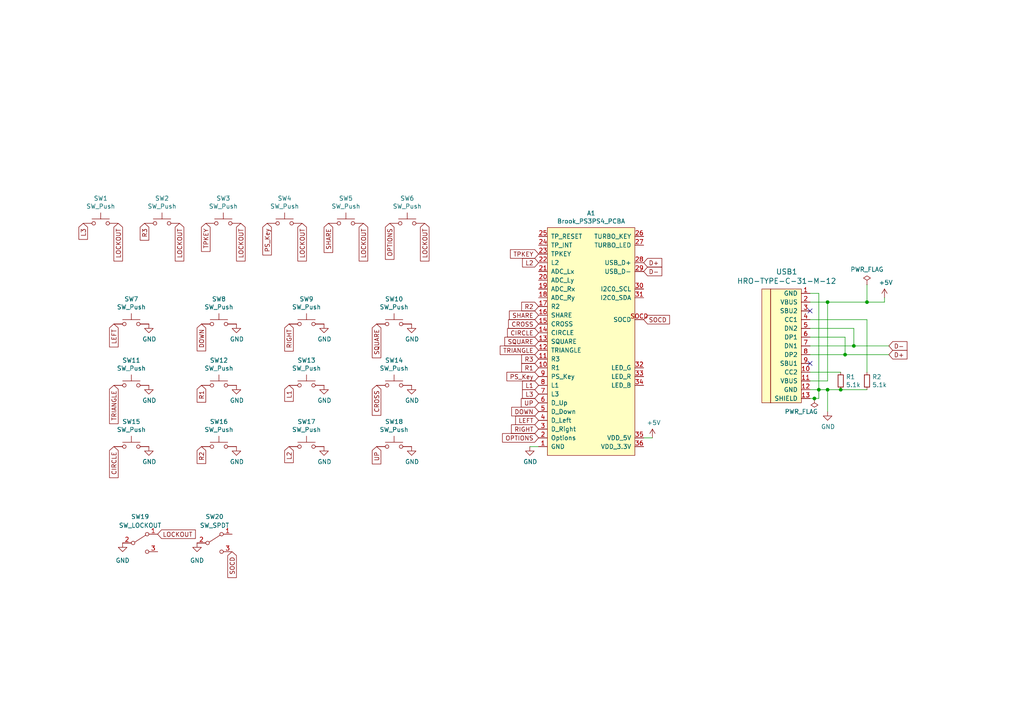
<source format=kicad_sch>
(kicad_sch (version 20211123) (generator eeschema)
  (paper "A4")
  (lib_symbols
    (symbol "Brook:Brook_PS3PS4_PCBA" (pin_names (offset 1.016))
      (property "Reference" "A1" (at 0 72.771 0))
      (property "Value" "Brook_PS3PS4_PCBA" (at 0 70.4596 0))
      (symbol "Brook_PS3PS4_PCBA_0_1"
        (rectangle (start -12.7 68.58) (end 12.7 2.54) (fill (type background)))
      )
      (symbol "Brook_PS3PS4_PCBA_1_1"
        (pin power_in line (at -15.24 5.08 0) (length 2.54) (name "GND") (number "1"))
        (pin input line (at -15.24 27.94 0) (length 2.54) (name "R1") (number "10"))
        (pin input line (at -15.24 30.48 0) (length 2.54) (name "R3") (number "11"))
        (pin input line (at -15.24 33.02 0) (length 2.54) (name "TRIANGLE") (number "12"))
        (pin input line (at -15.24 35.56 0) (length 2.54) (name "SQUARE") (number "13"))
        (pin input line (at -15.24 38.1 0) (length 2.54) (name "CIRCLE") (number "14"))
        (pin input line (at -15.24 40.64 0) (length 2.54) (name "CROSS") (number "15"))
        (pin input line (at -15.24 43.18 0) (length 2.54) (name "SHARE") (number "16"))
        (pin input line (at -15.24 45.72 0) (length 2.54) (name "R2") (number "17"))
        (pin input line (at -15.24 48.26 0) (length 2.54) (name "ADC_Ry") (number "18"))
        (pin input line (at -15.24 50.8 0) (length 2.54) (name "ADC_Rx") (number "19"))
        (pin input line (at -15.24 7.62 0) (length 2.54) (name "Options") (number "2"))
        (pin input line (at -15.24 53.34 0) (length 2.54) (name "ADC_Ly") (number "20"))
        (pin input line (at -15.24 55.88 0) (length 2.54) (name "ADC_Lx") (number "21"))
        (pin input line (at -15.24 58.42 0) (length 2.54) (name "L2") (number "22"))
        (pin input line (at -15.24 60.96 0) (length 2.54) (name "TPKEY") (number "23"))
        (pin input line (at -15.24 63.5 0) (length 2.54) (name "TP_INT") (number "24"))
        (pin input line (at -15.24 66.04 0) (length 2.54) (name "TP_RESET") (number "25"))
        (pin input line (at 15.24 66.04 180) (length 2.54) (name "TURBO_KEY") (number "26"))
        (pin output line (at 15.24 63.5 180) (length 2.54) (name "TURBO_LED") (number "27"))
        (pin bidirectional line (at 15.24 58.42 180) (length 2.54) (name "USB_D+") (number "28"))
        (pin bidirectional line (at 15.24 55.88 180) (length 2.54) (name "USB_D-") (number "29"))
        (pin input line (at -15.24 10.16 0) (length 2.54) (name "D_Right") (number "3"))
        (pin bidirectional line (at 15.24 50.8 180) (length 2.54) (name "I2C0_SCL") (number "30"))
        (pin bidirectional line (at 15.24 48.26 180) (length 2.54) (name "I2C0_SDA") (number "31"))
        (pin output line (at 15.24 27.94 180) (length 2.54) (name "LED_G") (number "32"))
        (pin output line (at 15.24 25.4 180) (length 2.54) (name "LED_R") (number "33"))
        (pin output line (at 15.24 22.86 180) (length 2.54) (name "LED_B") (number "34"))
        (pin power_in line (at 15.24 7.62 180) (length 2.54) (name "VDD_5V") (number "35"))
        (pin power_out line (at 15.24 5.08 180) (length 2.54) (name "VDD_3.3V") (number "36"))
        (pin input line (at -15.24 12.7 0) (length 2.54) (name "D_Left") (number "4"))
        (pin input line (at -15.24 15.24 0) (length 2.54) (name "D_Down") (number "5"))
        (pin input line (at -15.24 17.78 0) (length 2.54) (name "D_Up") (number "6"))
        (pin input line (at -15.24 20.32 0) (length 2.54) (name "L3") (number "7"))
        (pin input line (at -15.24 22.86 0) (length 2.54) (name "L1") (number "8"))
        (pin input line (at -15.24 25.4 0) (length 2.54) (name "PS_Key") (number "9"))
        (pin bidirectional line (at 15.24 41.91 180) (length 2.54) (name "SOCD") (number "SOCD"))
      )
    )
    (symbol "Device:R_Small" (pin_numbers hide) (pin_names (offset 0.254) hide)
      (property "Reference" "R" (at 0.762 0.508 0))
      (property "Value" "R_Small" (at 0.762 -1.016 0))
      (symbol "R_Small_0_1"
        (rectangle (start -0.762 1.778) (end 0.762 -1.778) (stroke (width 0.2032)))
      )
      (symbol "R_Small_1_1"
        (pin passive line (at 0 2.54 270) (length 0.762) (name "~") (number "1"))
        (pin passive line (at 0 -2.54 90) (length 0.762) (name "~") (number "2"))
      )
    )
    (symbol "Switch:SW_Push" (pin_numbers hide) (pin_names (offset 1.016) hide)
      (property "Reference" "SW" (at 1.27 2.54 0))
      (property "Value" "SW_Push" (at 0 -1.524 0))
      (symbol "SW_Push_0_1"
        (circle (center -2.032 0) (radius 0.508))
        (polyline (pts (xy 0 1.27) (xy 0 3.048)))
        (polyline (pts (xy 2.54 1.27) (xy -2.54 1.27)))
        (circle (center 2.032 0) (radius 0.508))
        (pin passive line (at -5.08 0 0) (length 2.54) (name "1") (number "1"))
        (pin passive line (at 5.08 0 180) (length 2.54) (name "2") (number "2"))
      )
    )
    (symbol "Switch:SW_SPDT" (pin_names (offset 0) hide)
      (property "Reference" "SW" (at 0 4.318 0))
      (property "Value" "SW_SPDT" (at 0 -5.08 0))
      (symbol "SW_SPDT_0_0"
        (circle (center -2.032 0) (radius 0.508))
        (circle (center 2.032 -2.54) (radius 0.508))
      )
      (symbol "SW_SPDT_0_1"
        (polyline (pts (xy -1.524 0.254) (xy 1.651 2.286)))
        (circle (center 2.032 2.54) (radius 0.508))
      )
      (symbol "SW_SPDT_1_1"
        (pin passive line (at 5.08 2.54 180) (length 2.54) (name "A") (number "1"))
        (pin passive line (at -5.08 0 0) (length 2.54) (name "B") (number "2"))
        (pin passive line (at 5.08 -2.54 180) (length 2.54) (name "C") (number "3"))
      )
    )
    (symbol "Type-C:HRO-TYPE-C-31-M-12" (pin_names (offset 1.016))
      (property "Reference" "USB" (at -5.08 16.51 0))
      (property "Value" "HRO-TYPE-C-31-M-12" (at -10.16 -1.27 90))
      (symbol "HRO-TYPE-C-31-M-12_0_1"
        (rectangle (start -11.43 15.24) (end -8.89 -17.78) (fill (type background)))
        (rectangle (start 0 -17.78) (end -8.89 15.24) (fill (type background)))
      )
      (symbol "HRO-TYPE-C-31-M-12_1_1"
        (pin input line (at 2.54 13.97 180) (length 2.54) (name "GND") (number "1"))
        (pin input line (at 2.54 -8.89 180) (length 2.54) (name "CC2") (number "10"))
        (pin input line (at 2.54 -11.43 180) (length 2.54) (name "VBUS") (number "11"))
        (pin input line (at 2.54 -13.97 180) (length 2.54) (name "GND") (number "12"))
        (pin input line (at 2.54 -16.51 180) (length 2.54) (name "SHIELD") (number "13"))
        (pin input line (at 2.54 11.43 180) (length 2.54) (name "VBUS") (number "2"))
        (pin input line (at 2.54 8.89 180) (length 2.54) (name "SBU2") (number "3"))
        (pin input line (at 2.54 6.35 180) (length 2.54) (name "CC1") (number "4"))
        (pin input line (at 2.54 3.81 180) (length 2.54) (name "DN2") (number "5"))
        (pin input line (at 2.54 1.27 180) (length 2.54) (name "DP1") (number "6"))
        (pin input line (at 2.54 -1.27 180) (length 2.54) (name "DN1") (number "7"))
        (pin input line (at 2.54 -3.81 180) (length 2.54) (name "DP2") (number "8"))
        (pin input line (at 2.54 -6.35 180) (length 2.54) (name "SBU1") (number "9"))
      )
    )
    (symbol "power:+5V" (power) (pin_names (offset 0))
      (property "Value" "+5V" (at 0 3.556 0))
      (symbol "+5V_0_1"
        (polyline (pts (xy -0.762 1.27) (xy 0 2.54)))
        (polyline (pts (xy 0 0) (xy 0 2.54)))
        (polyline (pts (xy 0 2.54) (xy 0.762 1.27)))
      )
      (symbol "+5V_1_1"
        (pin power_in line (at 0 0 90) (length 0) hide (name "+5V") (number "1"))
      )
    )
    (symbol "power:GND" (power) (pin_names (offset 0))
      (property "Value" "GND" (at 0 -3.81 0))
      (symbol "GND_0_1"
        (polyline (pts (xy 0 0) (xy 0 -1.27) (xy 1.27 -1.27) (xy 0 -2.54) (xy -1.27 -1.27) (xy 0 -1.27)))
      )
      (symbol "GND_1_1"
        (pin power_in line (at 0 0 270) (length 0) hide (name "GND") (number "1"))
      )
    )
    (symbol "power:PWR_FLAG" (power) (pin_numbers hide) (pin_names (offset 0) hide)
      (property "Value" "PWR_FLAG" (at 0 3.81 0))
      (symbol "PWR_FLAG_0_0"
        (pin power_out line (at 0 0 90) (length 0) (name "pwr") (number "1"))
      )
      (symbol "PWR_FLAG_0_1"
        (polyline (pts (xy 0 0) (xy 0 1.27) (xy -1.016 1.905) (xy 0 2.54) (xy 1.016 1.905) (xy 0 1.27)))
      )
    )
  )
  (junction (at 247.65 100.33))
  (junction (at 240.03 113.03))
  (junction (at 240.03 87.63))
  (junction (at 237.49 113.03))
  (junction (at 236.22 115.57))
  (junction (at 251.46 87.63))
  (junction (at 243.84 113.03))
  (junction (at 245.11 102.87))
  (no_connect (at 234.95 90.17))
  (no_connect (at 234.95 105.41))
  (wire (pts (xy 240.03 113.03) (xy 243.84 113.03)))
  (wire (pts (xy 234.95 85.09) (xy 237.49 85.09)))
  (wire (pts (xy 234.95 95.25) (xy 247.65 95.25)))
  (wire (pts (xy 251.46 113.03) (xy 243.84 113.03)))
  (wire (pts (xy 247.65 95.25) (xy 247.65 100.33)))
  (wire (pts (xy 234.95 97.79) (xy 245.11 97.79)))
  (wire (pts (xy 234.95 102.87) (xy 245.11 102.87)))
  (wire (pts (xy 234.95 113.03) (xy 237.49 113.03)))
  (wire (pts (xy 237.49 115.57) (xy 236.22 115.57)))
  (wire (pts (xy 251.46 92.71) (xy 251.46 107.95)))
  (wire (pts (xy 240.03 87.63) (xy 240.03 110.49)))
  (wire (pts (xy 240.03 87.63) (xy 251.46 87.63)))
  (wire (pts (xy 240.03 119.38) (xy 240.03 113.03)))
  (wire (pts (xy 257.81 102.87) (xy 245.11 102.87)))
  (wire (pts (xy 237.49 113.03) (xy 240.03 113.03)))
  (wire (pts (xy 234.95 92.71) (xy 251.46 92.71)))
  (wire (pts (xy 245.11 97.79) (xy 245.11 102.87)))
  (wire (pts (xy 236.22 115.57) (xy 234.95 115.57)))
  (wire (pts (xy 240.03 110.49) (xy 234.95 110.49)))
  (wire (pts (xy 256.54 87.63) (xy 256.54 86.36)))
  (wire (pts (xy 234.95 87.63) (xy 240.03 87.63)))
  (wire (pts (xy 234.95 100.33) (xy 247.65 100.33)))
  (wire (pts (xy 257.81 100.33) (xy 247.65 100.33)))
  (wire (pts (xy 153.67 129.54) (xy 156.21 129.54)))
  (wire (pts (xy 251.46 82.55) (xy 251.46 87.63)))
  (wire (pts (xy 251.46 87.63) (xy 256.54 87.63)))
  (wire (pts (xy 237.49 85.09) (xy 237.49 113.03)))
  (wire (pts (xy 186.69 127) (xy 189.23 127)))
  (wire (pts (xy 234.95 107.95) (xy 243.84 107.95)))
  (wire (pts (xy 237.49 113.03) (xy 237.49 115.57)))
  (global_label "CIRCLE" (shape input) (at 33.02 129.54 270) (property "Intersheet References" "${INTERSHEET_REFS}" (effects hide)))
  (global_label "DOWN" (shape input) (at 58.42 93.98 270) (property "Intersheet References" "${INTERSHEET_REFS}" (effects hide)))
  (global_label "UP" (shape input) (at 109.22 129.54 270) (property "Intersheet References" "${INTERSHEET_REFS}" (effects hide)))
  (global_label "D-" (shape input) (at 186.69 78.74 0) (property "Intersheet References" "${INTERSHEET_REFS}" (effects hide)))
  (global_label "R1" (shape input) (at 156.21 106.68 180) (property "Intersheet References" "${INTERSHEET_REFS}" (effects hide)))
  (global_label "L1" (shape input) (at 83.82 111.76 270) (property "Intersheet References" "${INTERSHEET_REFS}" (effects hide)))
  (global_label "SOCD" (shape input) (at 67.31 160.02 270) (property "Intersheet References" "${INTERSHEET_REFS}" (effects hide)))
  (global_label "TPKEY" (shape input) (at 59.69 64.77 270) (property "Intersheet References" "${INTERSHEET_REFS}" (effects hide)))
  (global_label "LOCKOUT" (shape input) (at 52.07 64.77 270) (property "Intersheet References" "${INTERSHEET_REFS}" (effects hide)))
  (global_label "OPTIONS" (shape input) (at 113.03 64.77 270) (property "Intersheet References" "${INTERSHEET_REFS}" (effects hide)))
  (global_label "TRIANGLE" (shape input) (at 156.21 101.6 180) (property "Intersheet References" "${INTERSHEET_REFS}" (effects hide)))
  (global_label "D+" (shape input) (at 186.69 76.2 0) (property "Intersheet References" "${INTERSHEET_REFS}" (effects hide)))
  (global_label "LEFT" (shape input) (at 33.02 93.98 270) (property "Intersheet References" "${INTERSHEET_REFS}" (effects hide)))
  (global_label "R3" (shape input) (at 156.21 104.14 180) (property "Intersheet References" "${INTERSHEET_REFS}" (effects hide)))
  (global_label "PS_Key" (shape input) (at 156.21 109.22 180) (property "Intersheet References" "${INTERSHEET_REFS}" (effects hide)))
  (global_label "RIGHT" (shape input) (at 83.82 93.98 270) (property "Intersheet References" "${INTERSHEET_REFS}" (effects hide)))
  (global_label "UP" (shape input) (at 156.21 116.84 180) (property "Intersheet References" "${INTERSHEET_REFS}" (effects hide)))
  (global_label "RIGHT" (shape input) (at 156.21 124.46 180) (property "Intersheet References" "${INTERSHEET_REFS}" (effects hide)))
  (global_label "LEFT" (shape input) (at 156.21 121.92 180) (property "Intersheet References" "${INTERSHEET_REFS}" (effects hide)))
  (global_label "D+" (shape input) (at 257.81 102.87 0) (property "Intersheet References" "${INTERSHEET_REFS}" (effects hide)))
  (global_label "TPKEY" (shape input) (at 156.21 73.66 180) (property "Intersheet References" "${INTERSHEET_REFS}" (effects hide)))
  (global_label "R1" (shape input) (at 58.42 111.76 270) (property "Intersheet References" "${INTERSHEET_REFS}" (effects hide)))
  (global_label "DOWN" (shape input) (at 156.21 119.38 180) (property "Intersheet References" "${INTERSHEET_REFS}" (effects hide)))
  (global_label "CIRCLE" (shape input) (at 156.21 96.52 180) (property "Intersheet References" "${INTERSHEET_REFS}" (effects hide)))
  (global_label "R2" (shape input) (at 156.21 88.9 180) (property "Intersheet References" "${INTERSHEET_REFS}" (effects hide)))
  (global_label "SQUARE" (shape input) (at 156.21 99.06 180) (property "Intersheet References" "${INTERSHEET_REFS}" (effects hide)))
  (global_label "L3" (shape input) (at 156.21 114.3 180) (property "Intersheet References" "${INTERSHEET_REFS}" (effects hide)))
  (global_label "LOCKOUT" (shape input) (at 123.19 64.77 270) (property "Intersheet References" "${INTERSHEET_REFS}" (effects hide)))
  (global_label "R2" (shape input) (at 58.42 129.54 270) (property "Intersheet References" "${INTERSHEET_REFS}" (effects hide)))
  (global_label "LOCKOUT" (shape input) (at 105.41 64.77 270) (property "Intersheet References" "${INTERSHEET_REFS}" (effects hide)))
  (global_label "LOCKOUT" (shape input) (at 34.29 64.77 270) (property "Intersheet References" "${INTERSHEET_REFS}" (effects hide)))
  (global_label "L1" (shape input) (at 156.21 111.76 180) (property "Intersheet References" "${INTERSHEET_REFS}" (effects hide)))
  (global_label "LOCKOUT" (shape input) (at 45.72 154.94 0) (property "Intersheet References" "${INTERSHEET_REFS}" (effects hide)))
  (global_label "SQUARE" (shape input) (at 109.22 93.98 270) (property "Intersheet References" "${INTERSHEET_REFS}" (effects hide)))
  (global_label "LOCKOUT" (shape input) (at 69.85 64.77 270) (property "Intersheet References" "${INTERSHEET_REFS}" (effects hide)))
  (global_label "D-" (shape input) (at 257.81 100.33 0) (property "Intersheet References" "${INTERSHEET_REFS}" (effects hide)))
  (global_label "LOCKOUT" (shape input) (at 87.63 64.77 270) (property "Intersheet References" "${INTERSHEET_REFS}" (effects hide)))
  (global_label "R3" (shape input) (at 41.91 64.77 270) (property "Intersheet References" "${INTERSHEET_REFS}" (effects hide)))
  (global_label "TRIANGLE" (shape input) (at 33.02 111.76 270) (property "Intersheet References" "${INTERSHEET_REFS}" (effects hide)))
  (global_label "CROSS" (shape input) (at 156.21 93.98 180) (property "Intersheet References" "${INTERSHEET_REFS}" (effects hide)))
  (global_label "L3" (shape input) (at 24.13 64.77 270) (property "Intersheet References" "${INTERSHEET_REFS}" (effects hide)))
  (global_label "CROSS" (shape input) (at 109.22 111.76 270) (property "Intersheet References" "${INTERSHEET_REFS}" (effects hide)))
  (global_label "SHARE" (shape input) (at 95.25 64.77 270) (property "Intersheet References" "${INTERSHEET_REFS}" (effects hide)))
  (global_label "OPTIONS" (shape input) (at 156.21 127 180) (property "Intersheet References" "${INTERSHEET_REFS}" (effects hide)))
  (global_label "PS_Key" (shape input) (at 77.47 64.77 270) (property "Intersheet References" "${INTERSHEET_REFS}" (effects hide)))
  (global_label "SHARE" (shape input) (at 156.21 91.44 180) (property "Intersheet References" "${INTERSHEET_REFS}" (effects hide)))
  (global_label "L2" (shape input) (at 156.21 76.2 180) (property "Intersheet References" "${INTERSHEET_REFS}" (effects hide)))
  (global_label "SOCD" (shape input) (at 186.69 92.71 0) (property "Intersheet References" "${INTERSHEET_REFS}" (effects hide)))
  (global_label "L2" (shape input) (at 83.82 129.54 270) (property "Intersheet References" "${INTERSHEET_REFS}" (effects hide)))
  (symbol (lib_id "Switch:SW_Push") (at 29.21 64.77 0) (unit 1)
    (property "Reference" "SW1" (at 29.21 57.531 0))
    (property "Value" "SW_Push" (at 29.21 59.8424 0))
    (property "Footprint" "Button_Switch_SMD:SW_Push_1P1T_NO_6x6mm_H9.5mm" (effects hide))
  )
  (symbol (lib_id "Switch:SW_Push") (at 46.99 64.77 0) (unit 1)
    (property "Reference" "SW2" (at 46.99 57.531 0))
    (property "Value" "SW_Push" (at 46.99 59.8424 0))
    (property "Footprint" "Button_Switch_SMD:SW_Push_1P1T_NO_6x6mm_H9.5mm" (effects hide))
  )
  (symbol (lib_id "Switch:SW_Push") (at 64.77 64.77 0) (unit 1)
    (property "Reference" "SW3" (at 64.77 57.531 0))
    (property "Value" "SW_Push" (at 64.77 59.8424 0))
    (property "Footprint" "Button_Switch_SMD:SW_Push_1P1T_NO_6x6mm_H9.5mm" (effects hide))
  )
  (symbol (lib_id "Switch:SW_Push") (at 82.55 64.77 0) (unit 1)
    (property "Reference" "SW4" (at 82.55 57.531 0))
    (property "Value" "SW_Push" (at 82.55 59.8424 0))
    (property "Footprint" "Button_Switch_SMD:SW_Push_1P1T_NO_6x6mm_H9.5mm" (effects hide))
  )
  (symbol (lib_id "Switch:SW_Push") (at 100.33 64.77 0) (unit 1)
    (property "Reference" "SW5" (at 100.33 57.531 0))
    (property "Value" "SW_Push" (at 100.33 59.8424 0))
    (property "Footprint" "Button_Switch_SMD:SW_Push_1P1T_NO_6x6mm_H9.5mm" (effects hide))
  )
  (symbol (lib_id "Switch:SW_Push") (at 118.11 64.77 0) (unit 1)
    (property "Reference" "SW6" (at 118.11 57.531 0))
    (property "Value" "SW_Push" (at 118.11 59.8424 0))
    (property "Footprint" "Button_Switch_SMD:SW_Push_1P1T_NO_6x6mm_H9.5mm" (effects hide))
  )
  (symbol (lib_id "Type-C:HRO-TYPE-C-31-M-12") (at 232.41 99.06 0) (unit 1)
    (property "Reference" "USB1" (at 228.1682 78.8162 0) (effects (font (size 1.524 1.524))))
    (property "Value" "HRO-TYPE-C-31-M-12" (at 228.1682 81.5086 0) (effects (font (size 1.524 1.524))))
    (property "Footprint" "Type-C:HRO-TYPE-C-31-M-12-Assembly" (effects hide))
    (property "LCSC" "C165948" (effects hide))
  )
  (symbol (lib_id "power:+5V") (at 256.54 86.36 0) (unit 1)
    (property "Reference" "#PWR022" (effects hide))
    (property "Value" "+5V" (at 256.921 81.9658 0))
  )
  (symbol (lib_id "Device:R_Small") (at 243.84 110.49 0) (unit 1)
    (property "Reference" "R1" (at 245.3386 109.3216 0) (effects (justify left)))
    (property "Value" "5.1k" (at 245.3386 111.633 0) (effects (justify left)))
    (property "Footprint" "Resistor_SMD:R_0805_2012Metric" (effects hide))
    (property "LCSC" "C27834" (effects hide))
  )
  (symbol (lib_id "Device:R_Small") (at 251.46 110.49 0) (unit 1)
    (property "Reference" "R2" (at 252.9586 109.3216 0) (effects (justify left)))
    (property "Value" "5.1k" (at 252.9586 111.633 0) (effects (justify left)))
    (property "Footprint" "Resistor_SMD:R_0805_2012Metric" (effects hide))
    (property "LCSC" "C27834" (effects hide))
  )
  (symbol (lib_id "power:GND") (at 240.03 119.38 0) (unit 1)
    (property "Reference" "#PWR023" (effects hide))
    (property "Value" "GND" (at 240.157 123.7742 0))
  )
  (symbol (lib_id "Switch:SW_Push") (at 38.1 93.98 0) (unit 1)
    (property "Reference" "SW7" (at 38.1 86.741 0))
    (property "Value" "SW_Push" (at 38.1 89.0524 0))
    (property "Footprint" "Kailh:Kailh_socket_PG1350_optional" (effects hide))
  )
  (symbol (lib_id "Switch:SW_Push") (at 114.3 129.54 0) (unit 1)
    (property "Reference" "SW18" (at 114.3 122.301 0))
    (property "Value" "SW_Push" (at 114.3 124.6124 0))
    (property "Footprint" "Kailh:Kailh_socket_PG1350_optional" (effects hide))
  )
  (symbol (lib_id "Switch:SW_Push") (at 63.5 111.76 0) (unit 1)
    (property "Reference" "SW12" (at 63.5 104.521 0))
    (property "Value" "SW_Push" (at 63.5 106.8324 0))
    (property "Footprint" "Kailh:Kailh_socket_PG1350_optional" (effects hide))
  )
  (symbol (lib_id "Switch:SW_Push") (at 38.1 129.54 0) (unit 1)
    (property "Reference" "SW15" (at 38.1 122.301 0))
    (property "Value" "SW_Push" (at 38.1 124.6124 0))
    (property "Footprint" "Kailh:Kailh_socket_PG1350_optional" (effects hide))
  )
  (symbol (lib_id "Switch:SW_Push") (at 63.5 93.98 0) (unit 1)
    (property "Reference" "SW8" (at 63.5 86.741 0))
    (property "Value" "SW_Push" (at 63.5 89.0524 0))
    (property "Footprint" "Kailh:Kailh_socket_PG1350_optional" (effects hide))
  )
  (symbol (lib_id "Switch:SW_Push") (at 114.3 93.98 0) (unit 1)
    (property "Reference" "SW10" (at 114.3 86.741 0))
    (property "Value" "SW_Push" (at 114.3 89.0524 0))
    (property "Footprint" "Kailh:Kailh_socket_PG1350_optional" (effects hide))
  )
  (symbol (lib_id "Switch:SW_Push") (at 88.9 111.76 0) (unit 1)
    (property "Reference" "SW13" (at 88.9 104.521 0))
    (property "Value" "SW_Push" (at 88.9 106.8324 0))
    (property "Footprint" "Kailh:Kailh_socket_PG1350_optional" (effects hide))
  )
  (symbol (lib_id "Switch:SW_Push") (at 63.5 129.54 0) (unit 1)
    (property "Reference" "SW16" (at 63.5 122.301 0))
    (property "Value" "SW_Push" (at 63.5 124.6124 0))
    (property "Footprint" "Kailh:Kailh_socket_PG1350_optional" (effects hide))
  )
  (symbol (lib_id "Switch:SW_Push") (at 88.9 93.98 0) (unit 1)
    (property "Reference" "SW9" (at 88.9 86.741 0))
    (property "Value" "SW_Push" (at 88.9 89.0524 0))
    (property "Footprint" "Kailh:Kailh_socket_PG1350_optional" (effects hide))
  )
  (symbol (lib_id "Switch:SW_Push") (at 38.1 111.76 0) (unit 1)
    (property "Reference" "SW11" (at 38.1 104.521 0))
    (property "Value" "SW_Push" (at 38.1 106.8324 0))
    (property "Footprint" "Kailh:Kailh_socket_PG1350_optional" (effects hide))
  )
  (symbol (lib_id "Switch:SW_Push") (at 114.3 111.76 0) (unit 1)
    (property "Reference" "SW14" (at 114.3 104.521 0))
    (property "Value" "SW_Push" (at 114.3 106.8324 0))
    (property "Footprint" "Kailh:Kailh_socket_PG1350_optional" (effects hide))
  )
  (symbol (lib_id "Switch:SW_Push") (at 88.9 129.54 0) (unit 1)
    (property "Reference" "SW17" (at 88.9 122.301 0))
    (property "Value" "SW_Push" (at 88.9 124.6124 0))
    (property "Footprint" "Kailh:Kailh_socket_PG1350_optional" (effects hide))
  )
  (symbol (lib_id "power:GND") (at 43.18 93.98 0) (unit 1)
    (property "Reference" "#PWR07" (effects hide))
    (property "Value" "GND" (at 43.307 98.3742 0))
  )
  (symbol (lib_id "power:GND") (at 119.38 129.54 0) (unit 1)
    (property "Reference" "#PWR018" (effects hide))
    (property "Value" "GND" (at 119.507 133.9342 0))
  )
  (symbol (lib_id "power:GND") (at 68.58 111.76 0) (unit 1)
    (property "Reference" "#PWR012" (effects hide))
    (property "Value" "GND" (at 68.707 116.1542 0))
  )
  (symbol (lib_id "power:GND") (at 43.18 129.54 0) (unit 1)
    (property "Reference" "#PWR015" (effects hide))
    (property "Value" "GND" (at 43.307 133.9342 0))
  )
  (symbol (lib_id "power:GND") (at 68.58 93.98 0) (unit 1)
    (property "Reference" "#PWR08" (effects hide))
    (property "Value" "GND" (at 68.707 98.3742 0))
  )
  (symbol (lib_id "power:GND") (at 119.38 93.98 0) (unit 1)
    (property "Reference" "#PWR010" (effects hide))
    (property "Value" "GND" (at 119.507 98.3742 0))
  )
  (symbol (lib_id "power:GND") (at 93.98 111.76 0) (unit 1)
    (property "Reference" "#PWR013" (effects hide))
    (property "Value" "GND" (at 94.107 116.1542 0))
  )
  (symbol (lib_id "power:GND") (at 68.58 129.54 0) (unit 1)
    (property "Reference" "#PWR016" (effects hide))
    (property "Value" "GND" (at 68.707 133.9342 0))
  )
  (symbol (lib_id "power:GND") (at 93.98 129.54 0) (unit 1)
    (property "Reference" "#PWR017" (effects hide))
    (property "Value" "GND" (at 94.107 133.9342 0))
  )
  (symbol (lib_id "power:GND") (at 119.38 111.76 0) (unit 1)
    (property "Reference" "#PWR014" (effects hide))
    (property "Value" "GND" (at 119.507 116.1542 0))
  )
  (symbol (lib_id "power:GND") (at 43.18 111.76 0) (unit 1)
    (property "Reference" "#PWR011" (effects hide))
    (property "Value" "GND" (at 43.307 116.1542 0))
  )
  (symbol (lib_id "power:GND") (at 93.98 93.98 0) (unit 1)
    (property "Reference" "#PWR09" (effects hide))
    (property "Value" "GND" (at 94.107 98.3742 0))
  )
  (symbol (lib_id "power:PWR_FLAG") (at 251.46 82.55 0) (unit 1)
    (property "Reference" "#FLG02" (effects hide))
    (property "Value" "PWR_FLAG" (at 251.46 78.1558 0))
  )
  (symbol (lib_id "power:PWR_FLAG") (at 236.22 115.57 180) (unit 1)
    (property "Reference" "#FLG03" (effects hide))
    (property "Value" "PWR_FLAG" (at 232.41 119.38 0))
  )
  (symbol (lib_id "power:GND") (at 153.67 129.54 0) (unit 1)
    (property "Reference" "#PWR020" (effects hide))
    (property "Value" "GND" (at 153.797 133.9342 0))
  )
  (symbol (lib_id "Brook:Brook_PS3PS4_PCBA") (at 171.45 134.62 0) (unit 1)
    (property "Reference" "A1" (at 171.45 61.849 0))
    (property "Value" "Brook_PS3PS4_PCBA" (at 171.45 64.1604 0))
    (property "Footprint" "Brook:Brook_PS3PS4_PCBA" (effects hide))
  )
  (symbol (lib_id "power:+5V") (at 189.23 127 0) (unit 1)
    (property "Reference" "#PWR019" (effects hide))
    (property "Value" "+5V" (at 189.611 122.6058 0))
  )
  (symbol (lib_id "Switch:SW_SPDT") (at 40.64 157.48 0) (unit 1)
    (property "Reference" "SW19" (at 40.64 149.86 0))
    (property "Value" "SW_LOCKOUT" (at 40.64 152.4 0))
    (property "Footprint" "Button_Switch_SMD:SW_SPDT_PCM12" (effects hide))
  )
  (symbol (lib_id "power:GND") (at 35.56 157.48 0) (unit 1)
    (property "Reference" "#PWR?" (effects hide))
    (property "Value" "GND" (at 35.56 162.56 0))
  )
  (symbol (lib_id "Switch:SW_SPDT") (at 62.23 157.48 0) (unit 1)
    (property "Reference" "SW20" (at 62.23 149.86 0))
    (property "Value" "SW_SPDT" (at 62.23 152.4 0))
    (property "Footprint" "Button_Switch_SMD:SW_SPDT_PCM12" (effects hide))
  )
  (symbol (lib_id "power:GND") (at 57.15 157.48 0) (unit 1)
    (property "Reference" "#PWR0102" (effects hide))
    (property "Value" "GND" (at 57.15 162.56 0))
  )
)
</source>
